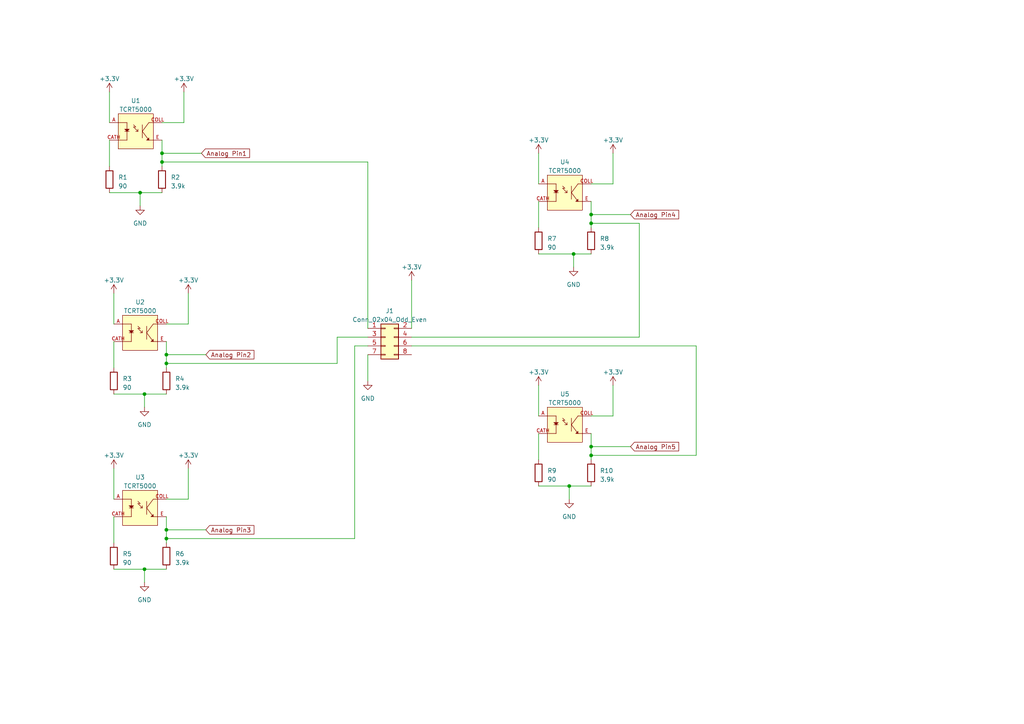
<source format=kicad_sch>
(kicad_sch (version 20230121) (generator eeschema)

  (uuid 38c2a02d-b049-490a-a2ac-0373717116e2)

  (paper "A4")

  (lib_symbols
    (symbol "Connector_Generic:Conn_02x04_Odd_Even" (pin_names (offset 1.016) hide) (in_bom yes) (on_board yes)
      (property "Reference" "J" (at 1.27 5.08 0)
        (effects (font (size 1.27 1.27)))
      )
      (property "Value" "Conn_02x04_Odd_Even" (at 1.27 -7.62 0)
        (effects (font (size 1.27 1.27)))
      )
      (property "Footprint" "" (at 0 0 0)
        (effects (font (size 1.27 1.27)) hide)
      )
      (property "Datasheet" "~" (at 0 0 0)
        (effects (font (size 1.27 1.27)) hide)
      )
      (property "ki_keywords" "connector" (at 0 0 0)
        (effects (font (size 1.27 1.27)) hide)
      )
      (property "ki_description" "Generic connector, double row, 02x04, odd/even pin numbering scheme (row 1 odd numbers, row 2 even numbers), script generated (kicad-library-utils/schlib/autogen/connector/)" (at 0 0 0)
        (effects (font (size 1.27 1.27)) hide)
      )
      (property "ki_fp_filters" "Connector*:*_2x??_*" (at 0 0 0)
        (effects (font (size 1.27 1.27)) hide)
      )
      (symbol "Conn_02x04_Odd_Even_1_1"
        (rectangle (start -1.27 -4.953) (end 0 -5.207)
          (stroke (width 0.1524) (type default))
          (fill (type none))
        )
        (rectangle (start -1.27 -2.413) (end 0 -2.667)
          (stroke (width 0.1524) (type default))
          (fill (type none))
        )
        (rectangle (start -1.27 0.127) (end 0 -0.127)
          (stroke (width 0.1524) (type default))
          (fill (type none))
        )
        (rectangle (start -1.27 2.667) (end 0 2.413)
          (stroke (width 0.1524) (type default))
          (fill (type none))
        )
        (rectangle (start -1.27 3.81) (end 3.81 -6.35)
          (stroke (width 0.254) (type default))
          (fill (type background))
        )
        (rectangle (start 3.81 -4.953) (end 2.54 -5.207)
          (stroke (width 0.1524) (type default))
          (fill (type none))
        )
        (rectangle (start 3.81 -2.413) (end 2.54 -2.667)
          (stroke (width 0.1524) (type default))
          (fill (type none))
        )
        (rectangle (start 3.81 0.127) (end 2.54 -0.127)
          (stroke (width 0.1524) (type default))
          (fill (type none))
        )
        (rectangle (start 3.81 2.667) (end 2.54 2.413)
          (stroke (width 0.1524) (type default))
          (fill (type none))
        )
        (pin passive line (at -5.08 2.54 0) (length 3.81)
          (name "Pin_1" (effects (font (size 1.27 1.27))))
          (number "1" (effects (font (size 1.27 1.27))))
        )
        (pin passive line (at 7.62 2.54 180) (length 3.81)
          (name "Pin_2" (effects (font (size 1.27 1.27))))
          (number "2" (effects (font (size 1.27 1.27))))
        )
        (pin passive line (at -5.08 0 0) (length 3.81)
          (name "Pin_3" (effects (font (size 1.27 1.27))))
          (number "3" (effects (font (size 1.27 1.27))))
        )
        (pin passive line (at 7.62 0 180) (length 3.81)
          (name "Pin_4" (effects (font (size 1.27 1.27))))
          (number "4" (effects (font (size 1.27 1.27))))
        )
        (pin passive line (at -5.08 -2.54 0) (length 3.81)
          (name "Pin_5" (effects (font (size 1.27 1.27))))
          (number "5" (effects (font (size 1.27 1.27))))
        )
        (pin passive line (at 7.62 -2.54 180) (length 3.81)
          (name "Pin_6" (effects (font (size 1.27 1.27))))
          (number "6" (effects (font (size 1.27 1.27))))
        )
        (pin passive line (at -5.08 -5.08 0) (length 3.81)
          (name "Pin_7" (effects (font (size 1.27 1.27))))
          (number "7" (effects (font (size 1.27 1.27))))
        )
        (pin passive line (at 7.62 -5.08 180) (length 3.81)
          (name "Pin_8" (effects (font (size 1.27 1.27))))
          (number "8" (effects (font (size 1.27 1.27))))
        )
      )
    )
    (symbol "Device:R" (pin_numbers hide) (pin_names (offset 0)) (in_bom yes) (on_board yes)
      (property "Reference" "R" (at 2.032 0 90)
        (effects (font (size 1.27 1.27)))
      )
      (property "Value" "R" (at 0 0 90)
        (effects (font (size 1.27 1.27)))
      )
      (property "Footprint" "" (at -1.778 0 90)
        (effects (font (size 1.27 1.27)) hide)
      )
      (property "Datasheet" "~" (at 0 0 0)
        (effects (font (size 1.27 1.27)) hide)
      )
      (property "ki_keywords" "R res resistor" (at 0 0 0)
        (effects (font (size 1.27 1.27)) hide)
      )
      (property "ki_description" "Resistor" (at 0 0 0)
        (effects (font (size 1.27 1.27)) hide)
      )
      (property "ki_fp_filters" "R_*" (at 0 0 0)
        (effects (font (size 1.27 1.27)) hide)
      )
      (symbol "R_0_1"
        (rectangle (start -1.016 -2.54) (end 1.016 2.54)
          (stroke (width 0.254) (type default))
          (fill (type none))
        )
      )
      (symbol "R_1_1"
        (pin passive line (at 0 3.81 270) (length 1.27)
          (name "~" (effects (font (size 1.27 1.27))))
          (number "1" (effects (font (size 1.27 1.27))))
        )
        (pin passive line (at 0 -3.81 90) (length 1.27)
          (name "~" (effects (font (size 1.27 1.27))))
          (number "2" (effects (font (size 1.27 1.27))))
        )
      )
    )
    (symbol "TCRT5000:TCRT5000" (pin_names (offset 1.016)) (in_bom yes) (on_board yes)
      (property "Reference" "U" (at -5.0887 5.7248 0)
        (effects (font (size 1.27 1.27)) (justify left bottom))
      )
      (property "Value" "TCRT5000" (at -5.0838 -5.7193 0)
        (effects (font (size 1.27 1.27)) (justify left top))
      )
      (property "Footprint" "TCRT5000:OPTO_TCRT5000" (at 0 0 0)
        (effects (font (size 1.27 1.27)) (justify bottom) hide)
      )
      (property "Datasheet" "" (at 0 0 0)
        (effects (font (size 1.27 1.27)) hide)
      )
      (property "MF" "Vishay" (at 0 0 0)
        (effects (font (size 1.27 1.27)) (justify bottom) hide)
      )
      (property "MAXIMUM_PACKAGE_HEIGHT" "7.2mm" (at 0 0 0)
        (effects (font (size 1.27 1.27)) (justify bottom) hide)
      )
      (property "Package" "TCRT5000 Vishay" (at 0 0 0)
        (effects (font (size 1.27 1.27)) (justify bottom) hide)
      )
      (property "Price" "None" (at 0 0 0)
        (effects (font (size 1.27 1.27)) (justify bottom) hide)
      )
      (property "Check_prices" "https://www.snapeda.com/parts/TCRT5000/Vishay+Semiconductor+Opto+Division/view-part/?ref=eda" (at 0 0 0)
        (effects (font (size 1.27 1.27)) (justify bottom) hide)
      )
      (property "STANDARD" "Manufacturer recommendations" (at 0 0 0)
        (effects (font (size 1.27 1.27)) (justify bottom) hide)
      )
      (property "PARTREV" "1.7" (at 0 0 0)
        (effects (font (size 1.27 1.27)) (justify bottom) hide)
      )
      (property "SnapEDA_Link" "https://www.snapeda.com/parts/TCRT5000/Vishay+Semiconductor+Opto+Division/view-part/?ref=snap" (at 0 0 0)
        (effects (font (size 1.27 1.27)) (justify bottom) hide)
      )
      (property "MP" "TCRT5000" (at 0 0 0)
        (effects (font (size 1.27 1.27)) (justify bottom) hide)
      )
      (property "Purchase-URL" "https://www.snapeda.com/api/url_track_click_mouser/?unipart_id=885229&manufacturer=Vishay&part_name=TCRT5000&search_term=None" (at 0 0 0)
        (effects (font (size 1.27 1.27)) (justify bottom) hide)
      )
      (property "Description" "\nReflective Optical Sensor 0.591 (15mm) PCB Mount\n" (at 0 0 0)
        (effects (font (size 1.27 1.27)) (justify bottom) hide)
      )
      (property "Availability" "In Stock" (at 0 0 0)
        (effects (font (size 1.27 1.27)) (justify bottom) hide)
      )
      (property "MANUFACTURER" "Vishay" (at 0 0 0)
        (effects (font (size 1.27 1.27)) (justify bottom) hide)
      )
      (symbol "TCRT5000_0_0"
        (rectangle (start -5.08 -5.08) (end 5.08 5.08)
          (stroke (width 0.1524) (type default))
          (fill (type background))
        )
        (polyline
          (pts
            (xy -5.08 2.54)
            (xy -2.54 2.54)
          )
          (stroke (width 0.1524) (type default))
          (fill (type none))
        )
        (polyline
          (pts
            (xy -3.175 0)
            (xy -1.905 0)
          )
          (stroke (width 0.1524) (type default))
          (fill (type none))
        )
        (polyline
          (pts
            (xy -2.54 -2.54)
            (xy -5.08 -2.54)
          )
          (stroke (width 0.1524) (type default))
          (fill (type none))
        )
        (polyline
          (pts
            (xy -2.54 2.54)
            (xy -2.54 -2.54)
          )
          (stroke (width 0.1524) (type default))
          (fill (type none))
        )
        (polyline
          (pts
            (xy -0.635 1.27)
            (xy 0.635 0)
          )
          (stroke (width 0.1524) (type default))
          (fill (type none))
        )
        (polyline
          (pts
            (xy -0.635 1.905)
            (xy 0 1.27)
          )
          (stroke (width 0.1524) (type default))
          (fill (type none))
        )
        (polyline
          (pts
            (xy 0 1.27)
            (xy -0.635 1.27)
          )
          (stroke (width 0.1524) (type default))
          (fill (type none))
        )
        (polyline
          (pts
            (xy 0.635 0)
            (xy 0 0)
          )
          (stroke (width 0.1524) (type default))
          (fill (type none))
        )
        (polyline
          (pts
            (xy 0.635 0.635)
            (xy 0.635 0)
          )
          (stroke (width 0.1524) (type default))
          (fill (type none))
        )
        (polyline
          (pts
            (xy 1.905 0)
            (xy 1.905 -1.905)
          )
          (stroke (width 0.1524) (type default))
          (fill (type none))
        )
        (polyline
          (pts
            (xy 1.905 0)
            (xy 3.81 -2.54)
          )
          (stroke (width 0.1524) (type default))
          (fill (type none))
        )
        (polyline
          (pts
            (xy 1.905 0)
            (xy 3.81 2.54)
          )
          (stroke (width 0.1524) (type default))
          (fill (type none))
        )
        (polyline
          (pts
            (xy 1.905 1.905)
            (xy 1.905 0)
          )
          (stroke (width 0.1524) (type default))
          (fill (type none))
        )
        (polyline
          (pts
            (xy 3.81 -2.54)
            (xy 5.08 -2.54)
          )
          (stroke (width 0.1524) (type default))
          (fill (type none))
        )
        (polyline
          (pts
            (xy 3.81 2.54)
            (xy 5.08 2.54)
          )
          (stroke (width 0.1524) (type default))
          (fill (type none))
        )
        (polyline
          (pts
            (xy -3.175 0.635)
            (xy -1.905 0.635)
            (xy -2.54 0)
            (xy -3.175 0.635)
          )
          (stroke (width 0.1524) (type default))
          (fill (type outline))
        )
        (polyline
          (pts
            (xy 3.175 -2.54)
            (xy 3.81 -2.54)
            (xy 3.81 -1.905)
            (xy 3.175 -2.54)
          )
          (stroke (width 0.1524) (type default))
          (fill (type outline))
        )
        (pin passive line (at -7.62 2.54 0) (length 2.54)
          (name "~" (effects (font (size 1.016 1.016))))
          (number "A" (effects (font (size 1.016 1.016))))
        )
        (pin passive line (at -7.62 -2.54 0) (length 2.54)
          (name "~" (effects (font (size 1.016 1.016))))
          (number "CATH" (effects (font (size 1.016 1.016))))
        )
        (pin passive line (at 7.62 2.54 180) (length 2.54)
          (name "~" (effects (font (size 1.016 1.016))))
          (number "COLL" (effects (font (size 1.016 1.016))))
        )
        (pin passive line (at 7.62 -2.54 180) (length 2.54)
          (name "~" (effects (font (size 1.016 1.016))))
          (number "E" (effects (font (size 1.016 1.016))))
        )
      )
    )
    (symbol "power:+3.3V" (power) (pin_names (offset 0)) (in_bom yes) (on_board yes)
      (property "Reference" "#PWR" (at 0 -3.81 0)
        (effects (font (size 1.27 1.27)) hide)
      )
      (property "Value" "+3.3V" (at 0 3.556 0)
        (effects (font (size 1.27 1.27)))
      )
      (property "Footprint" "" (at 0 0 0)
        (effects (font (size 1.27 1.27)) hide)
      )
      (property "Datasheet" "" (at 0 0 0)
        (effects (font (size 1.27 1.27)) hide)
      )
      (property "ki_keywords" "global power" (at 0 0 0)
        (effects (font (size 1.27 1.27)) hide)
      )
      (property "ki_description" "Power symbol creates a global label with name \"+3.3V\"" (at 0 0 0)
        (effects (font (size 1.27 1.27)) hide)
      )
      (symbol "+3.3V_0_1"
        (polyline
          (pts
            (xy -0.762 1.27)
            (xy 0 2.54)
          )
          (stroke (width 0) (type default))
          (fill (type none))
        )
        (polyline
          (pts
            (xy 0 0)
            (xy 0 2.54)
          )
          (stroke (width 0) (type default))
          (fill (type none))
        )
        (polyline
          (pts
            (xy 0 2.54)
            (xy 0.762 1.27)
          )
          (stroke (width 0) (type default))
          (fill (type none))
        )
      )
      (symbol "+3.3V_1_1"
        (pin power_in line (at 0 0 90) (length 0) hide
          (name "+3.3V" (effects (font (size 1.27 1.27))))
          (number "1" (effects (font (size 1.27 1.27))))
        )
      )
    )
    (symbol "power:GND" (power) (pin_names (offset 0)) (in_bom yes) (on_board yes)
      (property "Reference" "#PWR" (at 0 -6.35 0)
        (effects (font (size 1.27 1.27)) hide)
      )
      (property "Value" "GND" (at 0 -3.81 0)
        (effects (font (size 1.27 1.27)))
      )
      (property "Footprint" "" (at 0 0 0)
        (effects (font (size 1.27 1.27)) hide)
      )
      (property "Datasheet" "" (at 0 0 0)
        (effects (font (size 1.27 1.27)) hide)
      )
      (property "ki_keywords" "global power" (at 0 0 0)
        (effects (font (size 1.27 1.27)) hide)
      )
      (property "ki_description" "Power symbol creates a global label with name \"GND\" , ground" (at 0 0 0)
        (effects (font (size 1.27 1.27)) hide)
      )
      (symbol "GND_0_1"
        (polyline
          (pts
            (xy 0 0)
            (xy 0 -1.27)
            (xy 1.27 -1.27)
            (xy 0 -2.54)
            (xy -1.27 -1.27)
            (xy 0 -1.27)
          )
          (stroke (width 0) (type default))
          (fill (type none))
        )
      )
      (symbol "GND_1_1"
        (pin power_in line (at 0 0 270) (length 0) hide
          (name "GND" (effects (font (size 1.27 1.27))))
          (number "1" (effects (font (size 1.27 1.27))))
        )
      )
    )
  )

  (junction (at 171.45 62.23) (diameter 0) (color 0 0 0 0)
    (uuid 167cbc8f-75e5-4413-b31c-c2aa7f40bccf)
  )
  (junction (at 171.45 129.54) (diameter 0) (color 0 0 0 0)
    (uuid 1a49b0f8-a689-4662-b24c-39d7ffc7a2ed)
  )
  (junction (at 46.99 44.45) (diameter 0) (color 0 0 0 0)
    (uuid 34acb8e6-5daf-439a-8c9f-5434f8213135)
  )
  (junction (at 165.1 140.97) (diameter 0) (color 0 0 0 0)
    (uuid 41f5486d-71cd-45a5-a160-6df81e6b70ac)
  )
  (junction (at 171.45 64.77) (diameter 0) (color 0 0 0 0)
    (uuid 464b30bd-3b0d-4eb3-9015-f876a8b464ff)
  )
  (junction (at 40.64 55.88) (diameter 0) (color 0 0 0 0)
    (uuid 5366e9a1-ebbf-42f0-803e-61db356c9b77)
  )
  (junction (at 171.45 132.08) (diameter 0) (color 0 0 0 0)
    (uuid 7dc965b4-926b-4669-86c8-73df5df4e79c)
  )
  (junction (at 48.26 153.67) (diameter 0) (color 0 0 0 0)
    (uuid 94be26e8-89a5-4f16-b26a-11d1a4ab40cc)
  )
  (junction (at 41.91 165.1) (diameter 0) (color 0 0 0 0)
    (uuid c09d1496-527b-4f2a-9bcd-da8c9e9e5b1d)
  )
  (junction (at 48.26 156.21) (diameter 0) (color 0 0 0 0)
    (uuid d4a76d10-0138-469d-9585-d51dc11d00a2)
  )
  (junction (at 166.37 73.66) (diameter 0) (color 0 0 0 0)
    (uuid d50eeb5e-3bad-486c-bef5-24a1a4f241d0)
  )
  (junction (at 46.99 46.99) (diameter 0) (color 0 0 0 0)
    (uuid d584beef-95e8-4e42-8981-0730eda5c0f3)
  )
  (junction (at 48.26 105.41) (diameter 0) (color 0 0 0 0)
    (uuid d9da9938-5754-48f3-a219-c2bcea6b2cc0)
  )
  (junction (at 48.26 102.87) (diameter 0) (color 0 0 0 0)
    (uuid e2a9fff6-342d-43d7-a545-0fdcfb6972dc)
  )
  (junction (at 41.91 114.3) (diameter 0) (color 0 0 0 0)
    (uuid fa55ed99-d335-4f16-a541-47561219db06)
  )

  (wire (pts (xy 46.99 44.45) (xy 58.42 44.45))
    (stroke (width 0) (type default))
    (uuid 05b58ce8-9289-455e-add8-4d6902c8ba95)
  )
  (wire (pts (xy 48.26 149.86) (xy 48.26 153.67))
    (stroke (width 0) (type default))
    (uuid 0bef9303-b6a1-41bc-828f-e73dcb53ff5d)
  )
  (wire (pts (xy 48.26 99.06) (xy 48.26 102.87))
    (stroke (width 0) (type default))
    (uuid 150e50b7-8420-466e-b622-535be1dc7ef3)
  )
  (wire (pts (xy 165.1 140.97) (xy 171.45 140.97))
    (stroke (width 0) (type default))
    (uuid 17a01f94-c826-4e61-9a7f-dd369c301bda)
  )
  (wire (pts (xy 102.87 100.33) (xy 102.87 156.21))
    (stroke (width 0) (type default))
    (uuid 1e606914-85fa-4ce3-b25c-28772199e99d)
  )
  (wire (pts (xy 48.26 144.78) (xy 54.61 144.78))
    (stroke (width 0) (type default))
    (uuid 1f324451-2845-4b4f-b240-fe49b14697dd)
  )
  (wire (pts (xy 177.8 120.65) (xy 177.8 111.76))
    (stroke (width 0) (type default))
    (uuid 1faf4466-7ebf-47c5-9444-d0d611b80745)
  )
  (wire (pts (xy 41.91 114.3) (xy 41.91 118.11))
    (stroke (width 0) (type default))
    (uuid 20de48ab-3780-4dad-8ee1-a260a8ad3ac0)
  )
  (wire (pts (xy 156.21 125.73) (xy 156.21 133.35))
    (stroke (width 0) (type default))
    (uuid 259236bf-91df-4ca9-8558-b8da7be59374)
  )
  (wire (pts (xy 156.21 140.97) (xy 165.1 140.97))
    (stroke (width 0) (type default))
    (uuid 2cfd3d43-6799-4c1f-95f9-f2d3ea833dda)
  )
  (wire (pts (xy 41.91 165.1) (xy 41.91 168.91))
    (stroke (width 0) (type default))
    (uuid 2f9f44da-6e73-48cf-af05-63aa3056deb3)
  )
  (wire (pts (xy 46.99 44.45) (xy 46.99 46.99))
    (stroke (width 0) (type default))
    (uuid 3730951d-322d-43ee-973c-621ef2e112f9)
  )
  (wire (pts (xy 33.02 85.09) (xy 33.02 93.98))
    (stroke (width 0) (type default))
    (uuid 380a699a-075a-49f6-98fd-c7063d2b91b1)
  )
  (wire (pts (xy 156.21 44.45) (xy 156.21 53.34))
    (stroke (width 0) (type default))
    (uuid 3921c86b-c741-40c3-b103-4df67513c43e)
  )
  (wire (pts (xy 171.45 62.23) (xy 182.88 62.23))
    (stroke (width 0) (type default))
    (uuid 44011e3b-7d74-43b6-962c-bad1edd5cbb1)
  )
  (wire (pts (xy 48.26 102.87) (xy 59.69 102.87))
    (stroke (width 0) (type default))
    (uuid 467bd3cd-8386-4281-824a-d2194749b599)
  )
  (wire (pts (xy 33.02 114.3) (xy 41.91 114.3))
    (stroke (width 0) (type default))
    (uuid 4e3746e3-a7c0-4bb5-b6ef-37c1f1bc39af)
  )
  (wire (pts (xy 171.45 129.54) (xy 182.88 129.54))
    (stroke (width 0) (type default))
    (uuid 50a02d91-91dc-429d-b5be-6f25ba00d8ab)
  )
  (wire (pts (xy 53.34 35.56) (xy 53.34 26.67))
    (stroke (width 0) (type default))
    (uuid 530c9464-0442-41c2-9887-8592ae8e3475)
  )
  (wire (pts (xy 97.79 105.41) (xy 48.26 105.41))
    (stroke (width 0) (type default))
    (uuid 54f7decc-da12-41d8-ac24-ff7078965209)
  )
  (wire (pts (xy 185.42 64.77) (xy 171.45 64.77))
    (stroke (width 0) (type default))
    (uuid 564553a8-ddd6-43a8-b7ee-0149fd1cf141)
  )
  (wire (pts (xy 156.21 111.76) (xy 156.21 120.65))
    (stroke (width 0) (type default))
    (uuid 598ce24c-beec-4420-b7e4-f47bff7b4eb3)
  )
  (wire (pts (xy 102.87 156.21) (xy 48.26 156.21))
    (stroke (width 0) (type default))
    (uuid 5bd558b8-0013-4dc5-bd55-e508bf31f996)
  )
  (wire (pts (xy 41.91 165.1) (xy 48.26 165.1))
    (stroke (width 0) (type default))
    (uuid 5d4ad647-7eec-4ea3-871d-76e4fc43b9fb)
  )
  (wire (pts (xy 171.45 64.77) (xy 171.45 66.04))
    (stroke (width 0) (type default))
    (uuid 5e1c2bdb-da72-459b-97ee-43a04fe2962d)
  )
  (wire (pts (xy 33.02 135.89) (xy 33.02 144.78))
    (stroke (width 0) (type default))
    (uuid 5e3f9ba7-1be4-459a-ba2b-1d40832821fe)
  )
  (wire (pts (xy 201.93 100.33) (xy 201.93 132.08))
    (stroke (width 0) (type default))
    (uuid 63f647a1-354b-4cc4-95bb-afb09c6685d8)
  )
  (wire (pts (xy 31.75 40.64) (xy 31.75 48.26))
    (stroke (width 0) (type default))
    (uuid 6bac7377-f5e3-499d-b182-1c0b631ea753)
  )
  (wire (pts (xy 48.26 153.67) (xy 48.26 156.21))
    (stroke (width 0) (type default))
    (uuid 6e4db65b-390d-4bd5-a4fe-f57a0d4c4b5c)
  )
  (wire (pts (xy 54.61 144.78) (xy 54.61 135.89))
    (stroke (width 0) (type default))
    (uuid 6ec1888a-a1a1-41f1-a286-0d0c9d44c1cf)
  )
  (wire (pts (xy 106.68 46.99) (xy 46.99 46.99))
    (stroke (width 0) (type default))
    (uuid 73596ce5-a046-4257-aaaa-77499a2b52df)
  )
  (wire (pts (xy 166.37 73.66) (xy 166.37 77.47))
    (stroke (width 0) (type default))
    (uuid 73abffe9-d5fe-414e-9694-9d700d61651c)
  )
  (wire (pts (xy 171.45 62.23) (xy 171.45 64.77))
    (stroke (width 0) (type default))
    (uuid 7fdad48c-e89a-4816-bdc6-d53adf7ca208)
  )
  (wire (pts (xy 201.93 132.08) (xy 171.45 132.08))
    (stroke (width 0) (type default))
    (uuid 8063bb28-5744-429c-ae5c-f4d6e85b73a8)
  )
  (wire (pts (xy 119.38 97.79) (xy 185.42 97.79))
    (stroke (width 0) (type default))
    (uuid 8243558b-eabc-4735-97e6-79d28eb1eed9)
  )
  (wire (pts (xy 48.26 93.98) (xy 54.61 93.98))
    (stroke (width 0) (type default))
    (uuid 8d248f0d-d7c5-4e44-9183-9fb5df9a2806)
  )
  (wire (pts (xy 185.42 64.77) (xy 185.42 97.79))
    (stroke (width 0) (type default))
    (uuid 92917a6b-9dfa-4b26-8395-b496b949169c)
  )
  (wire (pts (xy 31.75 55.88) (xy 40.64 55.88))
    (stroke (width 0) (type default))
    (uuid 948e8ba5-d4f4-405f-9788-b58958932ebf)
  )
  (wire (pts (xy 48.26 156.21) (xy 48.26 157.48))
    (stroke (width 0) (type default))
    (uuid 9b13147a-8507-4b7d-9e22-3c3db6e44bcd)
  )
  (wire (pts (xy 48.26 102.87) (xy 48.26 105.41))
    (stroke (width 0) (type default))
    (uuid 9b98e407-c0b0-49f0-a8d2-81e380cd45e2)
  )
  (wire (pts (xy 156.21 73.66) (xy 166.37 73.66))
    (stroke (width 0) (type default))
    (uuid 9be33066-8044-4f6b-a9db-ba0af34606d6)
  )
  (wire (pts (xy 40.64 55.88) (xy 46.99 55.88))
    (stroke (width 0) (type default))
    (uuid 9e91b913-f342-4d9e-9c17-2306e771a95b)
  )
  (wire (pts (xy 97.79 97.79) (xy 97.79 105.41))
    (stroke (width 0) (type default))
    (uuid a35d5bcd-6c58-4d72-85b3-22fcbd4674c9)
  )
  (wire (pts (xy 54.61 93.98) (xy 54.61 85.09))
    (stroke (width 0) (type default))
    (uuid a844f8cf-12b6-47b9-9648-74c229cea4c3)
  )
  (wire (pts (xy 119.38 100.33) (xy 201.93 100.33))
    (stroke (width 0) (type default))
    (uuid aa287bea-1561-4e3e-a70d-2e63f5d87f03)
  )
  (wire (pts (xy 106.68 97.79) (xy 97.79 97.79))
    (stroke (width 0) (type default))
    (uuid aaffd2df-1ca3-489b-9797-ec201d484611)
  )
  (wire (pts (xy 48.26 153.67) (xy 59.69 153.67))
    (stroke (width 0) (type default))
    (uuid aebbc7da-d803-44f2-aced-d942e0771140)
  )
  (wire (pts (xy 165.1 140.97) (xy 165.1 144.78))
    (stroke (width 0) (type default))
    (uuid b1fb4ae3-7351-43a3-ad0a-9968cf8b5c34)
  )
  (wire (pts (xy 119.38 81.28) (xy 119.38 95.25))
    (stroke (width 0) (type default))
    (uuid b5a82111-3218-45d1-a3d5-df73a378566f)
  )
  (wire (pts (xy 46.99 46.99) (xy 46.99 48.26))
    (stroke (width 0) (type default))
    (uuid c0254266-2323-4f58-ad22-cf2038172953)
  )
  (wire (pts (xy 156.21 58.42) (xy 156.21 66.04))
    (stroke (width 0) (type default))
    (uuid c2391874-ee27-4752-bcaf-c0d49874fa70)
  )
  (wire (pts (xy 33.02 99.06) (xy 33.02 106.68))
    (stroke (width 0) (type default))
    (uuid c359c6ab-1f05-40d7-b5c5-6b21c2eb0816)
  )
  (wire (pts (xy 171.45 125.73) (xy 171.45 129.54))
    (stroke (width 0) (type default))
    (uuid c3f11674-eb15-45a2-9e58-a36a1e6bc312)
  )
  (wire (pts (xy 106.68 100.33) (xy 102.87 100.33))
    (stroke (width 0) (type default))
    (uuid c59936eb-c632-4166-99e8-924987f13520)
  )
  (wire (pts (xy 171.45 53.34) (xy 177.8 53.34))
    (stroke (width 0) (type default))
    (uuid cdce8481-102b-4a38-9a7d-465f45a606cf)
  )
  (wire (pts (xy 171.45 120.65) (xy 177.8 120.65))
    (stroke (width 0) (type default))
    (uuid ce6ef3f3-b7a9-4237-9308-25f95986f5e2)
  )
  (wire (pts (xy 177.8 53.34) (xy 177.8 44.45))
    (stroke (width 0) (type default))
    (uuid cf4184b7-2929-425f-832c-61f910d0ed5e)
  )
  (wire (pts (xy 106.68 95.25) (xy 106.68 46.99))
    (stroke (width 0) (type default))
    (uuid d51ebe22-93c2-44a1-a326-cafce6c782a2)
  )
  (wire (pts (xy 41.91 114.3) (xy 48.26 114.3))
    (stroke (width 0) (type default))
    (uuid d70a1d82-26ae-4c45-b633-eaaba9d032cd)
  )
  (wire (pts (xy 46.99 35.56) (xy 53.34 35.56))
    (stroke (width 0) (type default))
    (uuid d92ec499-c33f-485c-8d5b-720fc2e5d8ec)
  )
  (wire (pts (xy 171.45 132.08) (xy 171.45 133.35))
    (stroke (width 0) (type default))
    (uuid de3abe99-30d4-4a3e-80f3-d70b88968409)
  )
  (wire (pts (xy 33.02 165.1) (xy 41.91 165.1))
    (stroke (width 0) (type default))
    (uuid e081c5f2-5baf-44f6-85a7-defc3f8b1336)
  )
  (wire (pts (xy 40.64 55.88) (xy 40.64 59.69))
    (stroke (width 0) (type default))
    (uuid e094343b-bdd7-405f-99ee-05df6a350bac)
  )
  (wire (pts (xy 106.68 102.87) (xy 106.68 110.49))
    (stroke (width 0) (type default))
    (uuid e4af9eb6-3e03-4c1c-a6f2-70d5b7081433)
  )
  (wire (pts (xy 46.99 40.64) (xy 46.99 44.45))
    (stroke (width 0) (type default))
    (uuid e4ef85c1-4d07-4c78-88a2-9d90198c1839)
  )
  (wire (pts (xy 171.45 129.54) (xy 171.45 132.08))
    (stroke (width 0) (type default))
    (uuid e9bd2f1f-4474-4804-a750-dc8c5ee9ea01)
  )
  (wire (pts (xy 31.75 26.67) (xy 31.75 35.56))
    (stroke (width 0) (type default))
    (uuid ee8fafdf-207d-4161-a16a-b487ae4f30f5)
  )
  (wire (pts (xy 166.37 73.66) (xy 171.45 73.66))
    (stroke (width 0) (type default))
    (uuid ee924295-3607-44c0-9506-b52491c63c8d)
  )
  (wire (pts (xy 171.45 58.42) (xy 171.45 62.23))
    (stroke (width 0) (type default))
    (uuid f1b5a55b-153c-4f77-a75b-b512550fa3cf)
  )
  (wire (pts (xy 33.02 149.86) (xy 33.02 157.48))
    (stroke (width 0) (type default))
    (uuid f35cf387-f550-40e6-939d-8e07e976327f)
  )
  (wire (pts (xy 48.26 105.41) (xy 48.26 106.68))
    (stroke (width 0) (type default))
    (uuid fba1f314-89c7-48a3-9b2b-a106c8f97dd9)
  )

  (global_label "Analog Pin2" (shape input) (at 59.69 102.87 0) (fields_autoplaced)
    (effects (font (size 1.27 1.27)) (justify left))
    (uuid 83f4f391-3b73-4451-8f3d-f35e3141d4b2)
    (property "Intersheetrefs" "${INTERSHEET_REFS}" (at 73.9409 102.87 0)
      (effects (font (size 1.27 1.27)) (justify left) hide)
    )
  )
  (global_label "Analog Pin1" (shape input) (at 58.42 44.45 0) (fields_autoplaced)
    (effects (font (size 1.27 1.27)) (justify left))
    (uuid 8f3bc323-2846-4f78-8fda-13396e8bc0af)
    (property "Intersheetrefs" "${INTERSHEET_REFS}" (at 72.6709 44.45 0)
      (effects (font (size 1.27 1.27)) (justify left) hide)
    )
  )
  (global_label "Analog Pin3" (shape input) (at 59.69 153.67 0) (fields_autoplaced)
    (effects (font (size 1.27 1.27)) (justify left))
    (uuid b8e351f1-eb82-47b9-9585-bd54d5d29f2f)
    (property "Intersheetrefs" "${INTERSHEET_REFS}" (at 73.9409 153.67 0)
      (effects (font (size 1.27 1.27)) (justify left) hide)
    )
  )
  (global_label "Analog Pin4" (shape input) (at 182.88 62.23 0) (fields_autoplaced)
    (effects (font (size 1.27 1.27)) (justify left))
    (uuid b974d9f9-33d3-48e1-8bdf-1a2f097b51c8)
    (property "Intersheetrefs" "${INTERSHEET_REFS}" (at 197.1309 62.23 0)
      (effects (font (size 1.27 1.27)) (justify left) hide)
    )
  )
  (global_label "Analog Pin5" (shape input) (at 182.88 129.54 0) (fields_autoplaced)
    (effects (font (size 1.27 1.27)) (justify left))
    (uuid dc01e4a3-9fd6-4b47-bbea-10ad0b080cb2)
    (property "Intersheetrefs" "${INTERSHEET_REFS}" (at 197.1309 129.54 0)
      (effects (font (size 1.27 1.27)) (justify left) hide)
    )
  )

  (symbol (lib_id "Device:R") (at 156.21 69.85 0) (unit 1)
    (in_bom yes) (on_board yes) (dnp no) (fields_autoplaced)
    (uuid 1d4a4a50-6da8-46b3-9664-5e299c1bd464)
    (property "Reference" "R7" (at 158.75 69.215 0)
      (effects (font (size 1.27 1.27)) (justify left))
    )
    (property "Value" "90" (at 158.75 71.755 0)
      (effects (font (size 1.27 1.27)) (justify left))
    )
    (property "Footprint" "Resistor_SMD:R_0805_2012Metric" (at 154.432 69.85 90)
      (effects (font (size 1.27 1.27)) hide)
    )
    (property "Datasheet" "~" (at 156.21 69.85 0)
      (effects (font (size 1.27 1.27)) hide)
    )
    (pin "1" (uuid 1e48213b-273d-4f72-8239-8b99406e451a))
    (pin "2" (uuid 386afd6d-9e91-4a0e-a095-4ab2abe8cbef))
    (instances
      (project "SensorBoard"
        (path "/38c2a02d-b049-490a-a2ac-0373717116e2"
          (reference "R7") (unit 1)
        )
      )
      (project "TCRT5000"
        (path "/9a04cfcc-2ba7-42d3-8943-ebb2ff70106b"
          (reference "R1") (unit 1)
        )
      )
    )
  )

  (symbol (lib_id "TCRT5000:TCRT5000") (at 39.37 38.1 0) (unit 1)
    (in_bom yes) (on_board yes) (dnp no) (fields_autoplaced)
    (uuid 231cf729-2f76-473a-b48b-ddd869c9a671)
    (property "Reference" "U1" (at 39.37 29.21 0)
      (effects (font (size 1.27 1.27)))
    )
    (property "Value" "TCRT5000" (at 39.37 31.75 0)
      (effects (font (size 1.27 1.27)))
    )
    (property "Footprint" "kicad_mod:OPTO_TCRT5000" (at 39.37 38.1 0)
      (effects (font (size 1.27 1.27)) (justify bottom) hide)
    )
    (property "Datasheet" "" (at 39.37 38.1 0)
      (effects (font (size 1.27 1.27)) hide)
    )
    (property "MF" "Vishay" (at 39.37 38.1 0)
      (effects (font (size 1.27 1.27)) (justify bottom) hide)
    )
    (property "MAXIMUM_PACKAGE_HEIGHT" "7.2mm" (at 39.37 38.1 0)
      (effects (font (size 1.27 1.27)) (justify bottom) hide)
    )
    (property "Package" "TCRT5000 Vishay" (at 39.37 38.1 0)
      (effects (font (size 1.27 1.27)) (justify bottom) hide)
    )
    (property "Price" "None" (at 39.37 38.1 0)
      (effects (font (size 1.27 1.27)) (justify bottom) hide)
    )
    (property "Check_prices" "https://www.snapeda.com/parts/TCRT5000/Vishay+Semiconductor+Opto+Division/view-part/?ref=eda" (at 39.37 38.1 0)
      (effects (font (size 1.27 1.27)) (justify bottom) hide)
    )
    (property "STANDARD" "Manufacturer recommendations" (at 39.37 38.1 0)
      (effects (font (size 1.27 1.27)) (justify bottom) hide)
    )
    (property "PARTREV" "1.7" (at 39.37 38.1 0)
      (effects (font (size 1.27 1.27)) (justify bottom) hide)
    )
    (property "SnapEDA_Link" "https://www.snapeda.com/parts/TCRT5000/Vishay+Semiconductor+Opto+Division/view-part/?ref=snap" (at 39.37 38.1 0)
      (effects (font (size 1.27 1.27)) (justify bottom) hide)
    )
    (property "MP" "TCRT5000" (at 39.37 38.1 0)
      (effects (font (size 1.27 1.27)) (justify bottom) hide)
    )
    (property "Purchase-URL" "https://www.snapeda.com/api/url_track_click_mouser/?unipart_id=885229&manufacturer=Vishay&part_name=TCRT5000&search_term=None" (at 39.37 38.1 0)
      (effects (font (size 1.27 1.27)) (justify bottom) hide)
    )
    (property "Description" "\nReflective Optical Sensor 0.591 (15mm) PCB Mount\n" (at 39.37 38.1 0)
      (effects (font (size 1.27 1.27)) (justify bottom) hide)
    )
    (property "Availability" "In Stock" (at 39.37 38.1 0)
      (effects (font (size 1.27 1.27)) (justify bottom) hide)
    )
    (property "MANUFACTURER" "Vishay" (at 39.37 38.1 0)
      (effects (font (size 1.27 1.27)) (justify bottom) hide)
    )
    (pin "A" (uuid dcf5f8c6-959e-425a-a79b-73f9ff862c30))
    (pin "CATH" (uuid ff6ec2df-eb8e-4c8f-89e2-dbb0d71c7fd8))
    (pin "COLL" (uuid 85a0513e-ff1b-45e5-9c40-643978eeadbd))
    (pin "E" (uuid 1030f4a1-e001-4818-941a-ff9b256760d5))
    (instances
      (project "SensorBoard"
        (path "/38c2a02d-b049-490a-a2ac-0373717116e2"
          (reference "U1") (unit 1)
        )
      )
      (project "TCRT5000"
        (path "/9a04cfcc-2ba7-42d3-8943-ebb2ff70106b"
          (reference "U1") (unit 1)
        )
      )
    )
  )

  (symbol (lib_id "Device:R") (at 31.75 52.07 0) (unit 1)
    (in_bom yes) (on_board yes) (dnp no) (fields_autoplaced)
    (uuid 2b611159-5705-43aa-ac13-754dd723e2f3)
    (property "Reference" "R1" (at 34.29 51.435 0)
      (effects (font (size 1.27 1.27)) (justify left))
    )
    (property "Value" "90" (at 34.29 53.975 0)
      (effects (font (size 1.27 1.27)) (justify left))
    )
    (property "Footprint" "Resistor_SMD:R_0805_2012Metric" (at 29.972 52.07 90)
      (effects (font (size 1.27 1.27)) hide)
    )
    (property "Datasheet" "~" (at 31.75 52.07 0)
      (effects (font (size 1.27 1.27)) hide)
    )
    (pin "1" (uuid 9dd42b38-e96b-48c8-83a7-2e2a3d30cb3f))
    (pin "2" (uuid 5cabb0ec-111d-4617-8292-1aaf510861f4))
    (instances
      (project "SensorBoard"
        (path "/38c2a02d-b049-490a-a2ac-0373717116e2"
          (reference "R1") (unit 1)
        )
      )
      (project "TCRT5000"
        (path "/9a04cfcc-2ba7-42d3-8943-ebb2ff70106b"
          (reference "R1") (unit 1)
        )
      )
    )
  )

  (symbol (lib_id "power:GND") (at 40.64 59.69 0) (unit 1)
    (in_bom yes) (on_board yes) (dnp no) (fields_autoplaced)
    (uuid 34617aaa-9c37-473b-a4a3-c498f117c07e)
    (property "Reference" "#PWR02" (at 40.64 66.04 0)
      (effects (font (size 1.27 1.27)) hide)
    )
    (property "Value" "GND" (at 40.64 64.77 0)
      (effects (font (size 1.27 1.27)))
    )
    (property "Footprint" "" (at 40.64 59.69 0)
      (effects (font (size 1.27 1.27)) hide)
    )
    (property "Datasheet" "" (at 40.64 59.69 0)
      (effects (font (size 1.27 1.27)) hide)
    )
    (pin "1" (uuid 54e8c77c-f1aa-44c8-a9d9-df8af2f919b5))
    (instances
      (project "SensorBoard"
        (path "/38c2a02d-b049-490a-a2ac-0373717116e2"
          (reference "#PWR02") (unit 1)
        )
      )
      (project "TCRT5000"
        (path "/9a04cfcc-2ba7-42d3-8943-ebb2ff70106b"
          (reference "#PWR03") (unit 1)
        )
      )
    )
  )

  (symbol (lib_id "TCRT5000:TCRT5000") (at 163.83 123.19 0) (unit 1)
    (in_bom yes) (on_board yes) (dnp no) (fields_autoplaced)
    (uuid 45e21dec-48b5-4499-a6a1-681a9e85a3e3)
    (property "Reference" "U5" (at 163.83 114.3 0)
      (effects (font (size 1.27 1.27)))
    )
    (property "Value" "TCRT5000" (at 163.83 116.84 0)
      (effects (font (size 1.27 1.27)))
    )
    (property "Footprint" "kicad_mod:OPTO_TCRT5000" (at 163.83 123.19 0)
      (effects (font (size 1.27 1.27)) (justify bottom) hide)
    )
    (property "Datasheet" "" (at 163.83 123.19 0)
      (effects (font (size 1.27 1.27)) hide)
    )
    (property "MF" "Vishay" (at 163.83 123.19 0)
      (effects (font (size 1.27 1.27)) (justify bottom) hide)
    )
    (property "MAXIMUM_PACKAGE_HEIGHT" "7.2mm" (at 163.83 123.19 0)
      (effects (font (size 1.27 1.27)) (justify bottom) hide)
    )
    (property "Package" "TCRT5000 Vishay" (at 163.83 123.19 0)
      (effects (font (size 1.27 1.27)) (justify bottom) hide)
    )
    (property "Price" "None" (at 163.83 123.19 0)
      (effects (font (size 1.27 1.27)) (justify bottom) hide)
    )
    (property "Check_prices" "https://www.snapeda.com/parts/TCRT5000/Vishay+Semiconductor+Opto+Division/view-part/?ref=eda" (at 163.83 123.19 0)
      (effects (font (size 1.27 1.27)) (justify bottom) hide)
    )
    (property "STANDARD" "Manufacturer recommendations" (at 163.83 123.19 0)
      (effects (font (size 1.27 1.27)) (justify bottom) hide)
    )
    (property "PARTREV" "1.7" (at 163.83 123.19 0)
      (effects (font (size 1.27 1.27)) (justify bottom) hide)
    )
    (property "SnapEDA_Link" "https://www.snapeda.com/parts/TCRT5000/Vishay+Semiconductor+Opto+Division/view-part/?ref=snap" (at 163.83 123.19 0)
      (effects (font (size 1.27 1.27)) (justify bottom) hide)
    )
    (property "MP" "TCRT5000" (at 163.83 123.19 0)
      (effects (font (size 1.27 1.27)) (justify bottom) hide)
    )
    (property "Purchase-URL" "https://www.snapeda.com/api/url_track_click_mouser/?unipart_id=885229&manufacturer=Vishay&part_name=TCRT5000&search_term=None" (at 163.83 123.19 0)
      (effects (font (size 1.27 1.27)) (justify bottom) hide)
    )
    (property "Description" "\nReflective Optical Sensor 0.591 (15mm) PCB Mount\n" (at 163.83 123.19 0)
      (effects (font (size 1.27 1.27)) (justify bottom) hide)
    )
    (property "Availability" "In Stock" (at 163.83 123.19 0)
      (effects (font (size 1.27 1.27)) (justify bottom) hide)
    )
    (property "MANUFACTURER" "Vishay" (at 163.83 123.19 0)
      (effects (font (size 1.27 1.27)) (justify bottom) hide)
    )
    (pin "A" (uuid 20d30129-01ca-4963-bf12-b90541f34016))
    (pin "CATH" (uuid 4e4374ef-7173-4223-8495-2272960c3932))
    (pin "COLL" (uuid ea148de6-a5c1-4162-b4b2-3ee63620f7ad))
    (pin "E" (uuid bb919ace-039d-439d-9f32-e9064944a550))
    (instances
      (project "SensorBoard"
        (path "/38c2a02d-b049-490a-a2ac-0373717116e2"
          (reference "U5") (unit 1)
        )
      )
      (project "TCRT5000"
        (path "/9a04cfcc-2ba7-42d3-8943-ebb2ff70106b"
          (reference "U1") (unit 1)
        )
      )
    )
  )

  (symbol (lib_id "power:+3.3V") (at 119.38 81.28 0) (unit 1)
    (in_bom yes) (on_board yes) (dnp no) (fields_autoplaced)
    (uuid 4c918441-a0ff-4cf3-9c91-67894459707d)
    (property "Reference" "#PWR017" (at 119.38 85.09 0)
      (effects (font (size 1.27 1.27)) hide)
    )
    (property "Value" "+3.3V" (at 119.38 77.47 0)
      (effects (font (size 1.27 1.27)))
    )
    (property "Footprint" "" (at 119.38 81.28 0)
      (effects (font (size 1.27 1.27)) hide)
    )
    (property "Datasheet" "" (at 119.38 81.28 0)
      (effects (font (size 1.27 1.27)) hide)
    )
    (pin "1" (uuid 6eff26fb-7354-4d0f-bbfe-0607120f2fa7))
    (instances
      (project "SensorBoard"
        (path "/38c2a02d-b049-490a-a2ac-0373717116e2"
          (reference "#PWR017") (unit 1)
        )
      )
    )
  )

  (symbol (lib_id "power:GND") (at 41.91 168.91 0) (unit 1)
    (in_bom yes) (on_board yes) (dnp no) (fields_autoplaced)
    (uuid 4d490232-0eae-4e7c-812f-1c5bc1ddf538)
    (property "Reference" "#PWR08" (at 41.91 175.26 0)
      (effects (font (size 1.27 1.27)) hide)
    )
    (property "Value" "GND" (at 41.91 173.99 0)
      (effects (font (size 1.27 1.27)))
    )
    (property "Footprint" "" (at 41.91 168.91 0)
      (effects (font (size 1.27 1.27)) hide)
    )
    (property "Datasheet" "" (at 41.91 168.91 0)
      (effects (font (size 1.27 1.27)) hide)
    )
    (pin "1" (uuid 49966328-2b5b-479a-adcb-f9cc51903c52))
    (instances
      (project "SensorBoard"
        (path "/38c2a02d-b049-490a-a2ac-0373717116e2"
          (reference "#PWR08") (unit 1)
        )
      )
      (project "TCRT5000"
        (path "/9a04cfcc-2ba7-42d3-8943-ebb2ff70106b"
          (reference "#PWR03") (unit 1)
        )
      )
    )
  )

  (symbol (lib_id "power:GND") (at 106.68 110.49 0) (unit 1)
    (in_bom yes) (on_board yes) (dnp no) (fields_autoplaced)
    (uuid 587877b6-88d7-4791-9193-e9e736f3bef3)
    (property "Reference" "#PWR016" (at 106.68 116.84 0)
      (effects (font (size 1.27 1.27)) hide)
    )
    (property "Value" "GND" (at 106.68 115.57 0)
      (effects (font (size 1.27 1.27)))
    )
    (property "Footprint" "" (at 106.68 110.49 0)
      (effects (font (size 1.27 1.27)) hide)
    )
    (property "Datasheet" "" (at 106.68 110.49 0)
      (effects (font (size 1.27 1.27)) hide)
    )
    (pin "1" (uuid 79c0b4b5-9250-4ee0-87c6-aa30032048f9))
    (instances
      (project "SensorBoard"
        (path "/38c2a02d-b049-490a-a2ac-0373717116e2"
          (reference "#PWR016") (unit 1)
        )
      )
    )
  )

  (symbol (lib_id "power:+3.3V") (at 31.75 26.67 0) (unit 1)
    (in_bom yes) (on_board yes) (dnp no) (fields_autoplaced)
    (uuid 6490d4bc-f4c7-44a1-8cb9-96917eb51ed7)
    (property "Reference" "#PWR01" (at 31.75 30.48 0)
      (effects (font (size 1.27 1.27)) hide)
    )
    (property "Value" "+3.3V" (at 31.75 22.86 0)
      (effects (font (size 1.27 1.27)))
    )
    (property "Footprint" "" (at 31.75 26.67 0)
      (effects (font (size 1.27 1.27)) hide)
    )
    (property "Datasheet" "" (at 31.75 26.67 0)
      (effects (font (size 1.27 1.27)) hide)
    )
    (pin "1" (uuid a53cee4b-06a4-4b58-bb75-3013806412b0))
    (instances
      (project "SensorBoard"
        (path "/38c2a02d-b049-490a-a2ac-0373717116e2"
          (reference "#PWR01") (unit 1)
        )
      )
      (project "TCRT5000"
        (path "/9a04cfcc-2ba7-42d3-8943-ebb2ff70106b"
          (reference "#PWR01") (unit 1)
        )
      )
    )
  )

  (symbol (lib_id "power:GND") (at 166.37 77.47 0) (unit 1)
    (in_bom yes) (on_board yes) (dnp no)
    (uuid 65f2560f-b8fc-45fa-a666-c7521659178e)
    (property "Reference" "#PWR011" (at 166.37 83.82 0)
      (effects (font (size 1.27 1.27)) hide)
    )
    (property "Value" "GND" (at 166.37 82.55 0)
      (effects (font (size 1.27 1.27)))
    )
    (property "Footprint" "" (at 166.37 77.47 0)
      (effects (font (size 1.27 1.27)) hide)
    )
    (property "Datasheet" "" (at 166.37 77.47 0)
      (effects (font (size 1.27 1.27)) hide)
    )
    (pin "1" (uuid 75ed8c57-8394-4a55-9a43-322375622d57))
    (instances
      (project "SensorBoard"
        (path "/38c2a02d-b049-490a-a2ac-0373717116e2"
          (reference "#PWR011") (unit 1)
        )
      )
      (project "TCRT5000"
        (path "/9a04cfcc-2ba7-42d3-8943-ebb2ff70106b"
          (reference "#PWR03") (unit 1)
        )
      )
    )
  )

  (symbol (lib_id "Device:R") (at 33.02 161.29 0) (unit 1)
    (in_bom yes) (on_board yes) (dnp no) (fields_autoplaced)
    (uuid 79a0ec7c-7dd5-43d2-84ba-a953d6b389db)
    (property "Reference" "R5" (at 35.56 160.655 0)
      (effects (font (size 1.27 1.27)) (justify left))
    )
    (property "Value" "90" (at 35.56 163.195 0)
      (effects (font (size 1.27 1.27)) (justify left))
    )
    (property "Footprint" "Resistor_SMD:R_0805_2012Metric" (at 31.242 161.29 90)
      (effects (font (size 1.27 1.27)) hide)
    )
    (property "Datasheet" "~" (at 33.02 161.29 0)
      (effects (font (size 1.27 1.27)) hide)
    )
    (pin "1" (uuid 68bf3b62-7d7e-4009-a077-ef71b258077a))
    (pin "2" (uuid 44644ecf-b471-4a3d-8632-11fe30a499f5))
    (instances
      (project "SensorBoard"
        (path "/38c2a02d-b049-490a-a2ac-0373717116e2"
          (reference "R5") (unit 1)
        )
      )
      (project "TCRT5000"
        (path "/9a04cfcc-2ba7-42d3-8943-ebb2ff70106b"
          (reference "R1") (unit 1)
        )
      )
    )
  )

  (symbol (lib_id "Device:R") (at 48.26 161.29 0) (unit 1)
    (in_bom yes) (on_board yes) (dnp no) (fields_autoplaced)
    (uuid 7b8fb075-8431-457b-8075-0e8d89f2697b)
    (property "Reference" "R6" (at 50.8 160.655 0)
      (effects (font (size 1.27 1.27)) (justify left))
    )
    (property "Value" "3.9k" (at 50.8 163.195 0)
      (effects (font (size 1.27 1.27)) (justify left))
    )
    (property "Footprint" "Resistor_SMD:R_0805_2012Metric" (at 46.482 161.29 90)
      (effects (font (size 1.27 1.27)) hide)
    )
    (property "Datasheet" "~" (at 48.26 161.29 0)
      (effects (font (size 1.27 1.27)) hide)
    )
    (pin "1" (uuid 09be17d3-a796-4ca7-be0b-7b5b00525de5))
    (pin "2" (uuid d6e846de-90be-406e-ab20-a5cb9b99ed07))
    (instances
      (project "SensorBoard"
        (path "/38c2a02d-b049-490a-a2ac-0373717116e2"
          (reference "R6") (unit 1)
        )
      )
      (project "TCRT5000"
        (path "/9a04cfcc-2ba7-42d3-8943-ebb2ff70106b"
          (reference "R2") (unit 1)
        )
      )
    )
  )

  (symbol (lib_id "Device:R") (at 156.21 137.16 0) (unit 1)
    (in_bom yes) (on_board yes) (dnp no) (fields_autoplaced)
    (uuid 7dcc8c8b-c41d-4fcb-a5ad-f537dcb410de)
    (property "Reference" "R9" (at 158.75 136.525 0)
      (effects (font (size 1.27 1.27)) (justify left))
    )
    (property "Value" "90" (at 158.75 139.065 0)
      (effects (font (size 1.27 1.27)) (justify left))
    )
    (property "Footprint" "Resistor_SMD:R_0805_2012Metric" (at 154.432 137.16 90)
      (effects (font (size 1.27 1.27)) hide)
    )
    (property "Datasheet" "~" (at 156.21 137.16 0)
      (effects (font (size 1.27 1.27)) hide)
    )
    (pin "1" (uuid 65505d3b-ba5d-490f-9f5e-e501bc11b456))
    (pin "2" (uuid 32251a4a-609b-487c-ba61-049b1f75bb88))
    (instances
      (project "SensorBoard"
        (path "/38c2a02d-b049-490a-a2ac-0373717116e2"
          (reference "R9") (unit 1)
        )
      )
      (project "TCRT5000"
        (path "/9a04cfcc-2ba7-42d3-8943-ebb2ff70106b"
          (reference "R1") (unit 1)
        )
      )
    )
  )

  (symbol (lib_id "power:+3.3V") (at 177.8 111.76 0) (unit 1)
    (in_bom yes) (on_board yes) (dnp no) (fields_autoplaced)
    (uuid 807ae193-0852-4009-bbdb-9374a9156504)
    (property "Reference" "#PWR015" (at 177.8 115.57 0)
      (effects (font (size 1.27 1.27)) hide)
    )
    (property "Value" "+3.3V" (at 177.8 107.95 0)
      (effects (font (size 1.27 1.27)))
    )
    (property "Footprint" "" (at 177.8 111.76 0)
      (effects (font (size 1.27 1.27)) hide)
    )
    (property "Datasheet" "" (at 177.8 111.76 0)
      (effects (font (size 1.27 1.27)) hide)
    )
    (pin "1" (uuid 8268134d-8517-48d6-b4d3-0149705b464e))
    (instances
      (project "SensorBoard"
        (path "/38c2a02d-b049-490a-a2ac-0373717116e2"
          (reference "#PWR015") (unit 1)
        )
      )
      (project "TCRT5000"
        (path "/9a04cfcc-2ba7-42d3-8943-ebb2ff70106b"
          (reference "#PWR02") (unit 1)
        )
      )
    )
  )

  (symbol (lib_id "power:+3.3V") (at 177.8 44.45 0) (unit 1)
    (in_bom yes) (on_board yes) (dnp no) (fields_autoplaced)
    (uuid 80a2e312-23d9-4163-aae3-c73136dea156)
    (property "Reference" "#PWR012" (at 177.8 48.26 0)
      (effects (font (size 1.27 1.27)) hide)
    )
    (property "Value" "+3.3V" (at 177.8 40.64 0)
      (effects (font (size 1.27 1.27)))
    )
    (property "Footprint" "" (at 177.8 44.45 0)
      (effects (font (size 1.27 1.27)) hide)
    )
    (property "Datasheet" "" (at 177.8 44.45 0)
      (effects (font (size 1.27 1.27)) hide)
    )
    (pin "1" (uuid 2e7c97b1-996d-47ba-99ae-8b17439683af))
    (instances
      (project "SensorBoard"
        (path "/38c2a02d-b049-490a-a2ac-0373717116e2"
          (reference "#PWR012") (unit 1)
        )
      )
      (project "TCRT5000"
        (path "/9a04cfcc-2ba7-42d3-8943-ebb2ff70106b"
          (reference "#PWR02") (unit 1)
        )
      )
    )
  )

  (symbol (lib_id "power:GND") (at 41.91 118.11 0) (unit 1)
    (in_bom yes) (on_board yes) (dnp no) (fields_autoplaced)
    (uuid 8104b7f2-9937-4afd-bae8-306b0f660d60)
    (property "Reference" "#PWR05" (at 41.91 124.46 0)
      (effects (font (size 1.27 1.27)) hide)
    )
    (property "Value" "GND" (at 41.91 123.19 0)
      (effects (font (size 1.27 1.27)))
    )
    (property "Footprint" "" (at 41.91 118.11 0)
      (effects (font (size 1.27 1.27)) hide)
    )
    (property "Datasheet" "" (at 41.91 118.11 0)
      (effects (font (size 1.27 1.27)) hide)
    )
    (pin "1" (uuid 5fb6c734-69e3-4b33-8cd0-8b1d69b51725))
    (instances
      (project "SensorBoard"
        (path "/38c2a02d-b049-490a-a2ac-0373717116e2"
          (reference "#PWR05") (unit 1)
        )
      )
      (project "TCRT5000"
        (path "/9a04cfcc-2ba7-42d3-8943-ebb2ff70106b"
          (reference "#PWR03") (unit 1)
        )
      )
    )
  )

  (symbol (lib_id "power:+3.3V") (at 53.34 26.67 0) (unit 1)
    (in_bom yes) (on_board yes) (dnp no) (fields_autoplaced)
    (uuid a13c1268-06aa-4ed4-a722-45e9459f9bfa)
    (property "Reference" "#PWR03" (at 53.34 30.48 0)
      (effects (font (size 1.27 1.27)) hide)
    )
    (property "Value" "+3.3V" (at 53.34 22.86 0)
      (effects (font (size 1.27 1.27)))
    )
    (property "Footprint" "" (at 53.34 26.67 0)
      (effects (font (size 1.27 1.27)) hide)
    )
    (property "Datasheet" "" (at 53.34 26.67 0)
      (effects (font (size 1.27 1.27)) hide)
    )
    (pin "1" (uuid ee907d61-37cf-439a-8be9-3871d4684da8))
    (instances
      (project "SensorBoard"
        (path "/38c2a02d-b049-490a-a2ac-0373717116e2"
          (reference "#PWR03") (unit 1)
        )
      )
      (project "TCRT5000"
        (path "/9a04cfcc-2ba7-42d3-8943-ebb2ff70106b"
          (reference "#PWR02") (unit 1)
        )
      )
    )
  )

  (symbol (lib_id "TCRT5000:TCRT5000") (at 40.64 96.52 0) (unit 1)
    (in_bom yes) (on_board yes) (dnp no) (fields_autoplaced)
    (uuid a2d71d74-de94-4cd6-8b20-45b6acc27e25)
    (property "Reference" "U2" (at 40.64 87.63 0)
      (effects (font (size 1.27 1.27)))
    )
    (property "Value" "TCRT5000" (at 40.64 90.17 0)
      (effects (font (size 1.27 1.27)))
    )
    (property "Footprint" "kicad_mod:OPTO_TCRT5000" (at 40.64 96.52 0)
      (effects (font (size 1.27 1.27)) (justify bottom) hide)
    )
    (property "Datasheet" "" (at 40.64 96.52 0)
      (effects (font (size 1.27 1.27)) hide)
    )
    (property "MF" "Vishay" (at 40.64 96.52 0)
      (effects (font (size 1.27 1.27)) (justify bottom) hide)
    )
    (property "MAXIMUM_PACKAGE_HEIGHT" "7.2mm" (at 40.64 96.52 0)
      (effects (font (size 1.27 1.27)) (justify bottom) hide)
    )
    (property "Package" "TCRT5000 Vishay" (at 40.64 96.52 0)
      (effects (font (size 1.27 1.27)) (justify bottom) hide)
    )
    (property "Price" "None" (at 40.64 96.52 0)
      (effects (font (size 1.27 1.27)) (justify bottom) hide)
    )
    (property "Check_prices" "https://www.snapeda.com/parts/TCRT5000/Vishay+Semiconductor+Opto+Division/view-part/?ref=eda" (at 40.64 96.52 0)
      (effects (font (size 1.27 1.27)) (justify bottom) hide)
    )
    (property "STANDARD" "Manufacturer recommendations" (at 40.64 96.52 0)
      (effects (font (size 1.27 1.27)) (justify bottom) hide)
    )
    (property "PARTREV" "1.7" (at 40.64 96.52 0)
      (effects (font (size 1.27 1.27)) (justify bottom) hide)
    )
    (property "SnapEDA_Link" "https://www.snapeda.com/parts/TCRT5000/Vishay+Semiconductor+Opto+Division/view-part/?ref=snap" (at 40.64 96.52 0)
      (effects (font (size 1.27 1.27)) (justify bottom) hide)
    )
    (property "MP" "TCRT5000" (at 40.64 96.52 0)
      (effects (font (size 1.27 1.27)) (justify bottom) hide)
    )
    (property "Purchase-URL" "https://www.snapeda.com/api/url_track_click_mouser/?unipart_id=885229&manufacturer=Vishay&part_name=TCRT5000&search_term=None" (at 40.64 96.52 0)
      (effects (font (size 1.27 1.27)) (justify bottom) hide)
    )
    (property "Description" "\nReflective Optical Sensor 0.591 (15mm) PCB Mount\n" (at 40.64 96.52 0)
      (effects (font (size 1.27 1.27)) (justify bottom) hide)
    )
    (property "Availability" "In Stock" (at 40.64 96.52 0)
      (effects (font (size 1.27 1.27)) (justify bottom) hide)
    )
    (property "MANUFACTURER" "Vishay" (at 40.64 96.52 0)
      (effects (font (size 1.27 1.27)) (justify bottom) hide)
    )
    (pin "A" (uuid abbf0ce1-7b76-4d58-a49f-e313398bd2df))
    (pin "CATH" (uuid a12a2474-169f-418c-ac15-35e54350160c))
    (pin "COLL" (uuid e5c4af7d-e941-4868-986c-9694883922bb))
    (pin "E" (uuid 62dea0e3-a843-46fa-8270-efb1245328ad))
    (instances
      (project "SensorBoard"
        (path "/38c2a02d-b049-490a-a2ac-0373717116e2"
          (reference "U2") (unit 1)
        )
      )
      (project "TCRT5000"
        (path "/9a04cfcc-2ba7-42d3-8943-ebb2ff70106b"
          (reference "U1") (unit 1)
        )
      )
    )
  )

  (symbol (lib_id "TCRT5000:TCRT5000") (at 40.64 147.32 0) (unit 1)
    (in_bom yes) (on_board yes) (dnp no) (fields_autoplaced)
    (uuid aa0bb369-43b5-4b7d-9fa1-0c543baf2151)
    (property "Reference" "U3" (at 40.64 138.43 0)
      (effects (font (size 1.27 1.27)))
    )
    (property "Value" "TCRT5000" (at 40.64 140.97 0)
      (effects (font (size 1.27 1.27)))
    )
    (property "Footprint" "kicad_mod:OPTO_TCRT5000" (at 40.64 147.32 0)
      (effects (font (size 1.27 1.27)) (justify bottom) hide)
    )
    (property "Datasheet" "" (at 40.64 147.32 0)
      (effects (font (size 1.27 1.27)) hide)
    )
    (property "MF" "Vishay" (at 40.64 147.32 0)
      (effects (font (size 1.27 1.27)) (justify bottom) hide)
    )
    (property "MAXIMUM_PACKAGE_HEIGHT" "7.2mm" (at 40.64 147.32 0)
      (effects (font (size 1.27 1.27)) (justify bottom) hide)
    )
    (property "Package" "TCRT5000 Vishay" (at 40.64 147.32 0)
      (effects (font (size 1.27 1.27)) (justify bottom) hide)
    )
    (property "Price" "None" (at 40.64 147.32 0)
      (effects (font (size 1.27 1.27)) (justify bottom) hide)
    )
    (property "Check_prices" "https://www.snapeda.com/parts/TCRT5000/Vishay+Semiconductor+Opto+Division/view-part/?ref=eda" (at 40.64 147.32 0)
      (effects (font (size 1.27 1.27)) (justify bottom) hide)
    )
    (property "STANDARD" "Manufacturer recommendations" (at 40.64 147.32 0)
      (effects (font (size 1.27 1.27)) (justify bottom) hide)
    )
    (property "PARTREV" "1.7" (at 40.64 147.32 0)
      (effects (font (size 1.27 1.27)) (justify bottom) hide)
    )
    (property "SnapEDA_Link" "https://www.snapeda.com/parts/TCRT5000/Vishay+Semiconductor+Opto+Division/view-part/?ref=snap" (at 40.64 147.32 0)
      (effects (font (size 1.27 1.27)) (justify bottom) hide)
    )
    (property "MP" "TCRT5000" (at 40.64 147.32 0)
      (effects (font (size 1.27 1.27)) (justify bottom) hide)
    )
    (property "Purchase-URL" "https://www.snapeda.com/api/url_track_click_mouser/?unipart_id=885229&manufacturer=Vishay&part_name=TCRT5000&search_term=None" (at 40.64 147.32 0)
      (effects (font (size 1.27 1.27)) (justify bottom) hide)
    )
    (property "Description" "\nReflective Optical Sensor 0.591 (15mm) PCB Mount\n" (at 40.64 147.32 0)
      (effects (font (size 1.27 1.27)) (justify bottom) hide)
    )
    (property "Availability" "In Stock" (at 40.64 147.32 0)
      (effects (font (size 1.27 1.27)) (justify bottom) hide)
    )
    (property "MANUFACTURER" "Vishay" (at 40.64 147.32 0)
      (effects (font (size 1.27 1.27)) (justify bottom) hide)
    )
    (pin "A" (uuid e6d2334a-319f-4c35-9c82-dc9630782641))
    (pin "CATH" (uuid 159e3ec4-35c4-4414-a921-6e08cabafc60))
    (pin "COLL" (uuid dbb16514-cf1b-4434-8675-cb48d93f5fd5))
    (pin "E" (uuid 338e6273-3b19-4f74-8e32-c2d3df4463e0))
    (instances
      (project "SensorBoard"
        (path "/38c2a02d-b049-490a-a2ac-0373717116e2"
          (reference "U3") (unit 1)
        )
      )
      (project "TCRT5000"
        (path "/9a04cfcc-2ba7-42d3-8943-ebb2ff70106b"
          (reference "U1") (unit 1)
        )
      )
    )
  )

  (symbol (lib_id "Device:R") (at 171.45 69.85 0) (unit 1)
    (in_bom yes) (on_board yes) (dnp no) (fields_autoplaced)
    (uuid abfe9679-6a17-4181-9d23-1e7c3b361c7e)
    (property "Reference" "R8" (at 173.99 69.215 0)
      (effects (font (size 1.27 1.27)) (justify left))
    )
    (property "Value" "3.9k" (at 173.99 71.755 0)
      (effects (font (size 1.27 1.27)) (justify left))
    )
    (property "Footprint" "Resistor_SMD:R_0805_2012Metric" (at 169.672 69.85 90)
      (effects (font (size 1.27 1.27)) hide)
    )
    (property "Datasheet" "~" (at 171.45 69.85 0)
      (effects (font (size 1.27 1.27)) hide)
    )
    (pin "1" (uuid aa171121-f8fa-4c66-a752-1ca114cc5c40))
    (pin "2" (uuid 212258d2-3f53-468a-ae6d-a1269aaf283a))
    (instances
      (project "SensorBoard"
        (path "/38c2a02d-b049-490a-a2ac-0373717116e2"
          (reference "R8") (unit 1)
        )
      )
      (project "TCRT5000"
        (path "/9a04cfcc-2ba7-42d3-8943-ebb2ff70106b"
          (reference "R2") (unit 1)
        )
      )
    )
  )

  (symbol (lib_id "power:+3.3V") (at 54.61 135.89 0) (unit 1)
    (in_bom yes) (on_board yes) (dnp no) (fields_autoplaced)
    (uuid ba31888b-5611-4c4b-b721-574fd0dfb3fd)
    (property "Reference" "#PWR09" (at 54.61 139.7 0)
      (effects (font (size 1.27 1.27)) hide)
    )
    (property "Value" "+3.3V" (at 54.61 132.08 0)
      (effects (font (size 1.27 1.27)))
    )
    (property "Footprint" "" (at 54.61 135.89 0)
      (effects (font (size 1.27 1.27)) hide)
    )
    (property "Datasheet" "" (at 54.61 135.89 0)
      (effects (font (size 1.27 1.27)) hide)
    )
    (pin "1" (uuid c04e95b6-ac2f-425d-9594-8efe504428b8))
    (instances
      (project "SensorBoard"
        (path "/38c2a02d-b049-490a-a2ac-0373717116e2"
          (reference "#PWR09") (unit 1)
        )
      )
      (project "TCRT5000"
        (path "/9a04cfcc-2ba7-42d3-8943-ebb2ff70106b"
          (reference "#PWR02") (unit 1)
        )
      )
    )
  )

  (symbol (lib_id "power:+3.3V") (at 33.02 85.09 0) (unit 1)
    (in_bom yes) (on_board yes) (dnp no) (fields_autoplaced)
    (uuid c96a40aa-0f5d-407d-bb42-bbefca5d88de)
    (property "Reference" "#PWR04" (at 33.02 88.9 0)
      (effects (font (size 1.27 1.27)) hide)
    )
    (property "Value" "+3.3V" (at 33.02 81.28 0)
      (effects (font (size 1.27 1.27)))
    )
    (property "Footprint" "" (at 33.02 85.09 0)
      (effects (font (size 1.27 1.27)) hide)
    )
    (property "Datasheet" "" (at 33.02 85.09 0)
      (effects (font (size 1.27 1.27)) hide)
    )
    (pin "1" (uuid 2cb72bf2-338e-498a-a7c6-8676febf8103))
    (instances
      (project "SensorBoard"
        (path "/38c2a02d-b049-490a-a2ac-0373717116e2"
          (reference "#PWR04") (unit 1)
        )
      )
      (project "TCRT5000"
        (path "/9a04cfcc-2ba7-42d3-8943-ebb2ff70106b"
          (reference "#PWR01") (unit 1)
        )
      )
    )
  )

  (symbol (lib_id "Device:R") (at 33.02 110.49 0) (unit 1)
    (in_bom yes) (on_board yes) (dnp no) (fields_autoplaced)
    (uuid cb853092-14dc-486b-8cea-8e8b0e3487fc)
    (property "Reference" "R3" (at 35.56 109.855 0)
      (effects (font (size 1.27 1.27)) (justify left))
    )
    (property "Value" "90" (at 35.56 112.395 0)
      (effects (font (size 1.27 1.27)) (justify left))
    )
    (property "Footprint" "Resistor_SMD:R_0805_2012Metric" (at 31.242 110.49 90)
      (effects (font (size 1.27 1.27)) hide)
    )
    (property "Datasheet" "~" (at 33.02 110.49 0)
      (effects (font (size 1.27 1.27)) hide)
    )
    (pin "1" (uuid 2854b094-a250-4a06-853a-2eb430d64270))
    (pin "2" (uuid 0c623941-ad88-4388-81ec-598ffadf2f34))
    (instances
      (project "SensorBoard"
        (path "/38c2a02d-b049-490a-a2ac-0373717116e2"
          (reference "R3") (unit 1)
        )
      )
      (project "TCRT5000"
        (path "/9a04cfcc-2ba7-42d3-8943-ebb2ff70106b"
          (reference "R1") (unit 1)
        )
      )
    )
  )

  (symbol (lib_id "power:+3.3V") (at 156.21 44.45 0) (unit 1)
    (in_bom yes) (on_board yes) (dnp no) (fields_autoplaced)
    (uuid ce5bc8fe-7341-4e3d-9ecd-393b73385a69)
    (property "Reference" "#PWR010" (at 156.21 48.26 0)
      (effects (font (size 1.27 1.27)) hide)
    )
    (property "Value" "+3.3V" (at 156.21 40.64 0)
      (effects (font (size 1.27 1.27)))
    )
    (property "Footprint" "" (at 156.21 44.45 0)
      (effects (font (size 1.27 1.27)) hide)
    )
    (property "Datasheet" "" (at 156.21 44.45 0)
      (effects (font (size 1.27 1.27)) hide)
    )
    (pin "1" (uuid 15888132-3854-4678-88f8-0c7ab413a1b8))
    (instances
      (project "SensorBoard"
        (path "/38c2a02d-b049-490a-a2ac-0373717116e2"
          (reference "#PWR010") (unit 1)
        )
      )
      (project "TCRT5000"
        (path "/9a04cfcc-2ba7-42d3-8943-ebb2ff70106b"
          (reference "#PWR01") (unit 1)
        )
      )
    )
  )

  (symbol (lib_id "power:+3.3V") (at 33.02 135.89 0) (unit 1)
    (in_bom yes) (on_board yes) (dnp no) (fields_autoplaced)
    (uuid d7d3f079-b253-4557-8397-e410ded3234d)
    (property "Reference" "#PWR07" (at 33.02 139.7 0)
      (effects (font (size 1.27 1.27)) hide)
    )
    (property "Value" "+3.3V" (at 33.02 132.08 0)
      (effects (font (size 1.27 1.27)))
    )
    (property "Footprint" "" (at 33.02 135.89 0)
      (effects (font (size 1.27 1.27)) hide)
    )
    (property "Datasheet" "" (at 33.02 135.89 0)
      (effects (font (size 1.27 1.27)) hide)
    )
    (pin "1" (uuid 7fa6afc3-7abe-48ba-8330-ddd2dc48c58a))
    (instances
      (project "SensorBoard"
        (path "/38c2a02d-b049-490a-a2ac-0373717116e2"
          (reference "#PWR07") (unit 1)
        )
      )
      (project "TCRT5000"
        (path "/9a04cfcc-2ba7-42d3-8943-ebb2ff70106b"
          (reference "#PWR01") (unit 1)
        )
      )
    )
  )

  (symbol (lib_id "Device:R") (at 46.99 52.07 0) (unit 1)
    (in_bom yes) (on_board yes) (dnp no) (fields_autoplaced)
    (uuid d9510d53-52de-4b41-abba-0fc88fbfb13f)
    (property "Reference" "R2" (at 49.53 51.435 0)
      (effects (font (size 1.27 1.27)) (justify left))
    )
    (property "Value" "3.9k" (at 49.53 53.975 0)
      (effects (font (size 1.27 1.27)) (justify left))
    )
    (property "Footprint" "Resistor_SMD:R_0805_2012Metric" (at 45.212 52.07 90)
      (effects (font (size 1.27 1.27)) hide)
    )
    (property "Datasheet" "~" (at 46.99 52.07 0)
      (effects (font (size 1.27 1.27)) hide)
    )
    (pin "1" (uuid 2e6da239-c5f4-4c35-b39c-a24848205b8a))
    (pin "2" (uuid 916f0c75-5f03-4e02-981f-d44a25dc81cb))
    (instances
      (project "SensorBoard"
        (path "/38c2a02d-b049-490a-a2ac-0373717116e2"
          (reference "R2") (unit 1)
        )
      )
      (project "TCRT5000"
        (path "/9a04cfcc-2ba7-42d3-8943-ebb2ff70106b"
          (reference "R2") (unit 1)
        )
      )
    )
  )

  (symbol (lib_id "power:+3.3V") (at 54.61 85.09 0) (unit 1)
    (in_bom yes) (on_board yes) (dnp no) (fields_autoplaced)
    (uuid da99f8e9-b070-4f07-b64a-00617f0daaf2)
    (property "Reference" "#PWR06" (at 54.61 88.9 0)
      (effects (font (size 1.27 1.27)) hide)
    )
    (property "Value" "+3.3V" (at 54.61 81.28 0)
      (effects (font (size 1.27 1.27)))
    )
    (property "Footprint" "" (at 54.61 85.09 0)
      (effects (font (size 1.27 1.27)) hide)
    )
    (property "Datasheet" "" (at 54.61 85.09 0)
      (effects (font (size 1.27 1.27)) hide)
    )
    (pin "1" (uuid d1ed1355-156f-4206-8a49-29f7298b4449))
    (instances
      (project "SensorBoard"
        (path "/38c2a02d-b049-490a-a2ac-0373717116e2"
          (reference "#PWR06") (unit 1)
        )
      )
      (project "TCRT5000"
        (path "/9a04cfcc-2ba7-42d3-8943-ebb2ff70106b"
          (reference "#PWR02") (unit 1)
        )
      )
    )
  )

  (symbol (lib_id "power:GND") (at 165.1 144.78 0) (unit 1)
    (in_bom yes) (on_board yes) (dnp no) (fields_autoplaced)
    (uuid dc048dee-c01e-40bc-8552-0e20d67b21e7)
    (property "Reference" "#PWR014" (at 165.1 151.13 0)
      (effects (font (size 1.27 1.27)) hide)
    )
    (property "Value" "GND" (at 165.1 149.86 0)
      (effects (font (size 1.27 1.27)))
    )
    (property "Footprint" "" (at 165.1 144.78 0)
      (effects (font (size 1.27 1.27)) hide)
    )
    (property "Datasheet" "" (at 165.1 144.78 0)
      (effects (font (size 1.27 1.27)) hide)
    )
    (pin "1" (uuid 32465092-e55c-46ae-995f-9a43176d0e21))
    (instances
      (project "SensorBoard"
        (path "/38c2a02d-b049-490a-a2ac-0373717116e2"
          (reference "#PWR014") (unit 1)
        )
      )
      (project "TCRT5000"
        (path "/9a04cfcc-2ba7-42d3-8943-ebb2ff70106b"
          (reference "#PWR03") (unit 1)
        )
      )
    )
  )

  (symbol (lib_id "power:+3.3V") (at 156.21 111.76 0) (unit 1)
    (in_bom yes) (on_board yes) (dnp no) (fields_autoplaced)
    (uuid dce8f558-114f-4441-a500-155f9d457371)
    (property "Reference" "#PWR013" (at 156.21 115.57 0)
      (effects (font (size 1.27 1.27)) hide)
    )
    (property "Value" "+3.3V" (at 156.21 107.95 0)
      (effects (font (size 1.27 1.27)))
    )
    (property "Footprint" "" (at 156.21 111.76 0)
      (effects (font (size 1.27 1.27)) hide)
    )
    (property "Datasheet" "" (at 156.21 111.76 0)
      (effects (font (size 1.27 1.27)) hide)
    )
    (pin "1" (uuid ebb1f1af-0b9f-4292-a5f9-1882069e792a))
    (instances
      (project "SensorBoard"
        (path "/38c2a02d-b049-490a-a2ac-0373717116e2"
          (reference "#PWR013") (unit 1)
        )
      )
      (project "TCRT5000"
        (path "/9a04cfcc-2ba7-42d3-8943-ebb2ff70106b"
          (reference "#PWR01") (unit 1)
        )
      )
    )
  )

  (symbol (lib_id "Connector_Generic:Conn_02x04_Odd_Even") (at 111.76 97.79 0) (unit 1)
    (in_bom yes) (on_board yes) (dnp no) (fields_autoplaced)
    (uuid dee779c0-0511-4f33-b6c4-4e35b81332ac)
    (property "Reference" "J1" (at 113.03 90.17 0)
      (effects (font (size 1.27 1.27)))
    )
    (property "Value" "Conn_02x04_Odd_Even" (at 113.03 92.71 0)
      (effects (font (size 1.27 1.27)))
    )
    (property "Footprint" "Connector_PinHeader_2.54mm:PinHeader_2x04_P2.54mm_Vertical" (at 111.76 97.79 0)
      (effects (font (size 1.27 1.27)) hide)
    )
    (property "Datasheet" "~" (at 111.76 97.79 0)
      (effects (font (size 1.27 1.27)) hide)
    )
    (pin "1" (uuid 1821cb4d-8076-44f5-afe5-c5f4d1a7e508))
    (pin "2" (uuid f8f8e8d6-d3a3-4b59-8e14-2ef4161ed9d2))
    (pin "3" (uuid 320ec22d-21c6-4763-ba0f-d28d630d0e3e))
    (pin "4" (uuid 5323d4b2-bd38-4fd8-b1e9-6b513bf803b3))
    (pin "5" (uuid f766e704-a872-4018-ad05-313faa60afde))
    (pin "6" (uuid 2d2c7a10-9515-4144-93c4-cb8510e622d5))
    (pin "7" (uuid be5c335b-a3dd-43f9-b9df-62b666e3912c))
    (pin "8" (uuid 87d8d79e-a485-45c7-925b-0a99a78d4d50))
    (instances
      (project "SensorBoard"
        (path "/38c2a02d-b049-490a-a2ac-0373717116e2"
          (reference "J1") (unit 1)
        )
      )
    )
  )

  (symbol (lib_id "Device:R") (at 48.26 110.49 0) (unit 1)
    (in_bom yes) (on_board yes) (dnp no) (fields_autoplaced)
    (uuid dfecbf44-9a6f-41e6-9709-220edf7b52ab)
    (property "Reference" "R4" (at 50.8 109.855 0)
      (effects (font (size 1.27 1.27)) (justify left))
    )
    (property "Value" "3.9k" (at 50.8 112.395 0)
      (effects (font (size 1.27 1.27)) (justify left))
    )
    (property "Footprint" "Resistor_SMD:R_0805_2012Metric" (at 46.482 110.49 90)
      (effects (font (size 1.27 1.27)) hide)
    )
    (property "Datasheet" "~" (at 48.26 110.49 0)
      (effects (font (size 1.27 1.27)) hide)
    )
    (pin "1" (uuid 277d0b3a-56d3-4670-9fbf-67d98eccfb3e))
    (pin "2" (uuid ad20964a-f93f-4271-adfb-3357d37879ea))
    (instances
      (project "SensorBoard"
        (path "/38c2a02d-b049-490a-a2ac-0373717116e2"
          (reference "R4") (unit 1)
        )
      )
      (project "TCRT5000"
        (path "/9a04cfcc-2ba7-42d3-8943-ebb2ff70106b"
          (reference "R2") (unit 1)
        )
      )
    )
  )

  (symbol (lib_id "Device:R") (at 171.45 137.16 0) (unit 1)
    (in_bom yes) (on_board yes) (dnp no) (fields_autoplaced)
    (uuid e55eea74-d82a-4679-b040-d93011004947)
    (property "Reference" "R10" (at 173.99 136.525 0)
      (effects (font (size 1.27 1.27)) (justify left))
    )
    (property "Value" "3.9k" (at 173.99 139.065 0)
      (effects (font (size 1.27 1.27)) (justify left))
    )
    (property "Footprint" "Resistor_SMD:R_0805_2012Metric" (at 169.672 137.16 90)
      (effects (font (size 1.27 1.27)) hide)
    )
    (property "Datasheet" "~" (at 171.45 137.16 0)
      (effects (font (size 1.27 1.27)) hide)
    )
    (pin "1" (uuid 420346f8-8646-44c7-bdac-b3f41dcde530))
    (pin "2" (uuid 2bdda5c7-70d9-46ba-94a1-873505898826))
    (instances
      (project "SensorBoard"
        (path "/38c2a02d-b049-490a-a2ac-0373717116e2"
          (reference "R10") (unit 1)
        )
      )
      (project "TCRT5000"
        (path "/9a04cfcc-2ba7-42d3-8943-ebb2ff70106b"
          (reference "R2") (unit 1)
        )
      )
    )
  )

  (symbol (lib_id "TCRT5000:TCRT5000") (at 163.83 55.88 0) (unit 1)
    (in_bom yes) (on_board yes) (dnp no) (fields_autoplaced)
    (uuid ebb3508a-3118-4a59-9f79-7a1327130677)
    (property "Reference" "U4" (at 163.83 46.99 0)
      (effects (font (size 1.27 1.27)))
    )
    (property "Value" "TCRT5000" (at 163.83 49.53 0)
      (effects (font (size 1.27 1.27)))
    )
    (property "Footprint" "kicad_mod:OPTO_TCRT5000" (at 163.83 55.88 0)
      (effects (font (size 1.27 1.27)) (justify bottom) hide)
    )
    (property "Datasheet" "" (at 163.83 55.88 0)
      (effects (font (size 1.27 1.27)) hide)
    )
    (property "MF" "Vishay" (at 163.83 55.88 0)
      (effects (font (size 1.27 1.27)) (justify bottom) hide)
    )
    (property "MAXIMUM_PACKAGE_HEIGHT" "7.2mm" (at 163.83 55.88 0)
      (effects (font (size 1.27 1.27)) (justify bottom) hide)
    )
    (property "Package" "TCRT5000 Vishay" (at 163.83 55.88 0)
      (effects (font (size 1.27 1.27)) (justify bottom) hide)
    )
    (property "Price" "None" (at 163.83 55.88 0)
      (effects (font (size 1.27 1.27)) (justify bottom) hide)
    )
    (property "Check_prices" "https://www.snapeda.com/parts/TCRT5000/Vishay+Semiconductor+Opto+Division/view-part/?ref=eda" (at 163.83 55.88 0)
      (effects (font (size 1.27 1.27)) (justify bottom) hide)
    )
    (property "STANDARD" "Manufacturer recommendations" (at 163.83 55.88 0)
      (effects (font (size 1.27 1.27)) (justify bottom) hide)
    )
    (property "PARTREV" "1.7" (at 163.83 55.88 0)
      (effects (font (size 1.27 1.27)) (justify bottom) hide)
    )
    (property "SnapEDA_Link" "https://www.snapeda.com/parts/TCRT5000/Vishay+Semiconductor+Opto+Division/view-part/?ref=snap" (at 163.83 55.88 0)
      (effects (font (size 1.27 1.27)) (justify bottom) hide)
    )
    (property "MP" "TCRT5000" (at 163.83 55.88 0)
      (effects (font (size 1.27 1.27)) (justify bottom) hide)
    )
    (property "Purchase-URL" "https://www.snapeda.com/api/url_track_click_mouser/?unipart_id=885229&manufacturer=Vishay&part_name=TCRT5000&search_term=None" (at 163.83 55.88 0)
      (effects (font (size 1.27 1.27)) (justify bottom) hide)
    )
    (property "Description" "\nReflective Optical Sensor 0.591 (15mm) PCB Mount\n" (at 163.83 55.88 0)
      (effects (font (size 1.27 1.27)) (justify bottom) hide)
    )
    (property "Availability" "In Stock" (at 163.83 55.88 0)
      (effects (font (size 1.27 1.27)) (justify bottom) hide)
    )
    (property "MANUFACTURER" "Vishay" (at 163.83 55.88 0)
      (effects (font (size 1.27 1.27)) (justify bottom) hide)
    )
    (pin "A" (uuid 7d537c61-f988-4c71-a3e4-8c0e82f4bbe2))
    (pin "CATH" (uuid 06f2600a-a059-47df-8326-6ad29197a0c5))
    (pin "COLL" (uuid 31ac2326-0232-4321-9ad4-668e22f7ec51))
    (pin "E" (uuid 8d12a7c2-53f3-44a0-bb9e-aacf26e3dd56))
    (instances
      (project "SensorBoard"
        (path "/38c2a02d-b049-490a-a2ac-0373717116e2"
          (reference "U4") (unit 1)
        )
      )
      (project "TCRT5000"
        (path "/9a04cfcc-2ba7-42d3-8943-ebb2ff70106b"
          (reference "U1") (unit 1)
        )
      )
    )
  )

  (sheet_instances
    (path "/" (page "1"))
  )
)

</source>
